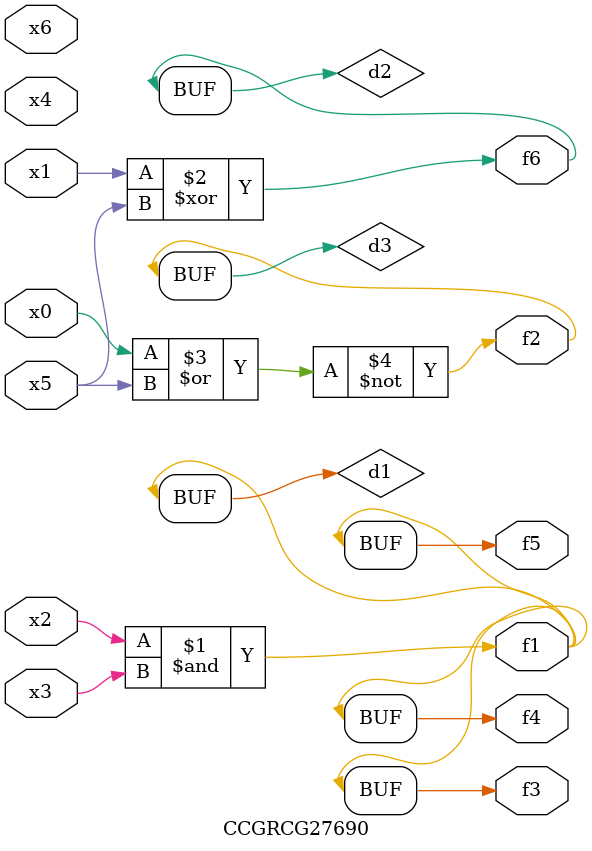
<source format=v>
module CCGRCG27690(
	input x0, x1, x2, x3, x4, x5, x6,
	output f1, f2, f3, f4, f5, f6
);

	wire d1, d2, d3;

	and (d1, x2, x3);
	xor (d2, x1, x5);
	nor (d3, x0, x5);
	assign f1 = d1;
	assign f2 = d3;
	assign f3 = d1;
	assign f4 = d1;
	assign f5 = d1;
	assign f6 = d2;
endmodule

</source>
